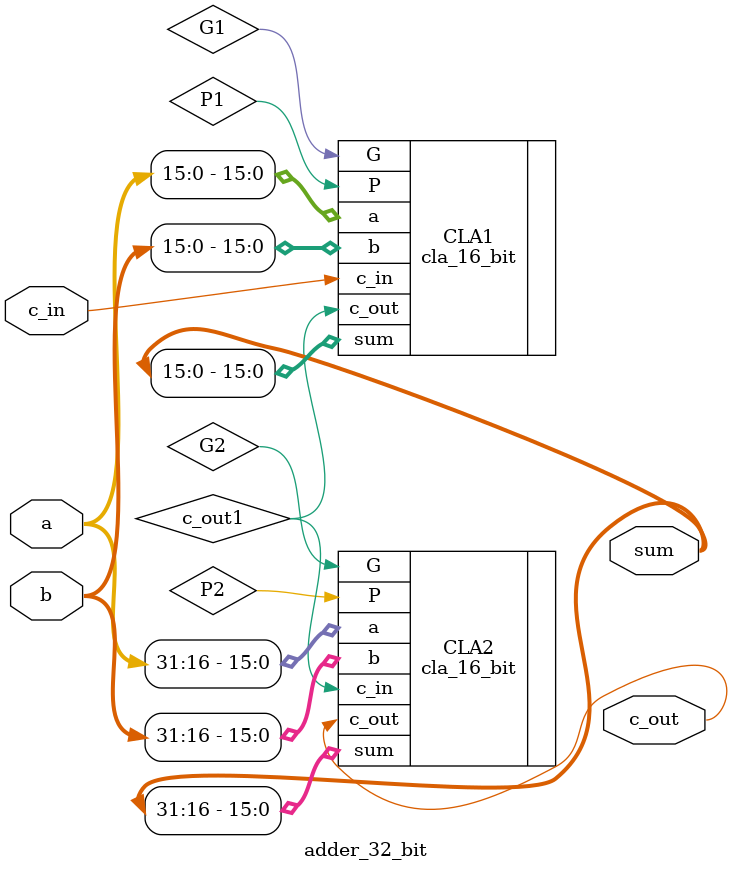
<source format=v>
module adder_32_bit (
    input [31:0] a,
    input [31:0] b,
    input c_in,
    output [31:0] sum,
    output c_out
);
    /*
      Input and output ports :
      a - first 32-bit input
      b - second 32-bit input
      c_in - the carry-in bit
      sum - the 32-bit output to store the sum
      c_out - the output bit to store the carry-out
    */ 

    wire c_out1, P1, P2, G1, G2;

    // Cascade 2 16-bit ripple carry adders to create a 32-bit ripple carry adder
    // rca_16_bit rca1(.a(a[15:0]), .b(b[15:0]), .c_in(c_in), .sum(sum[15:0]), .c_out(c_out1));
    // rca_16_bit rca2(.a(a[31:16]), .b(b[31:16]), .c_in(c_out1), .sum(sum[31:16]), .c_out(c_out));
    cla_16_bit CLA1 (.a(a[15:0]), .b(b[15:0]), .c_in(c_in), .sum(sum[15:0]), .c_out(c_out1), .P(P1), .G(G1));
    cla_16_bit CLA2 (.a(a[31:16]), .b(b[31:16]), .c_in(c_out1), .sum(sum[31:16]), .c_out(c_out), .P(P2), .G(G2));
endmodule

</source>
